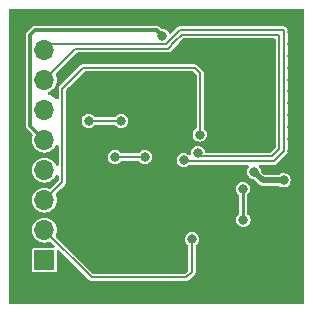
<source format=gbr>
%TF.GenerationSoftware,KiCad,Pcbnew,8.0.6-1.fc41*%
%TF.CreationDate,2024-11-10T15:40:55-05:00*%
%TF.ProjectId,Dead-Time-Insertion-PCB,44656164-2d54-4696-9d65-2d496e736572,rev?*%
%TF.SameCoordinates,Original*%
%TF.FileFunction,Copper,L2,Bot*%
%TF.FilePolarity,Positive*%
%FSLAX46Y46*%
G04 Gerber Fmt 4.6, Leading zero omitted, Abs format (unit mm)*
G04 Created by KiCad (PCBNEW 8.0.6-1.fc41) date 2024-11-10 15:40:55*
%MOMM*%
%LPD*%
G01*
G04 APERTURE LIST*
%TA.AperFunction,ComponentPad*%
%ADD10R,1.700000X1.700000*%
%TD*%
%TA.AperFunction,ComponentPad*%
%ADD11O,1.700000X1.700000*%
%TD*%
%TA.AperFunction,ViaPad*%
%ADD12C,0.800000*%
%TD*%
%TA.AperFunction,Conductor*%
%ADD13C,0.300000*%
%TD*%
%TA.AperFunction,Conductor*%
%ADD14C,0.200000*%
%TD*%
%TA.AperFunction,Conductor*%
%ADD15C,0.500000*%
%TD*%
%TA.AperFunction,Conductor*%
%ADD16C,0.250000*%
%TD*%
G04 APERTURE END LIST*
D10*
%TO.P,J1,1,Pin_1*%
%TO.N,/DEAD_TIME_CTRL*%
X28000000Y-46275000D03*
D11*
%TO.P,J1,2,Pin_2*%
%TO.N,/INPUT*%
X28000000Y-43735000D03*
%TO.P,J1,3,Pin_3*%
%TO.N,/INVERT_OUTPUT*%
X28000000Y-41195000D03*
%TO.P,J1,4,Pin_4*%
%TO.N,/~{ENABLE}*%
X28000000Y-38655000D03*
%TO.P,J1,5,Pin_5*%
%TO.N,VCC*%
X28000000Y-36115000D03*
%TO.P,J1,6,Pin_6*%
%TO.N,GND*%
X28000000Y-33575000D03*
%TO.P,J1,7,Pin_7*%
%TO.N,/OUT_L*%
X28000000Y-31035000D03*
%TO.P,J1,8,Pin_8*%
%TO.N,/OUT_H*%
X28000000Y-28495000D03*
%TD*%
D12*
%TO.N,VCC*%
X38000000Y-27300000D03*
%TO.N,GND*%
X36000000Y-49000000D03*
X44000000Y-28000000D03*
X48000000Y-49000000D03*
X33000000Y-30750000D03*
X35000000Y-49000000D03*
X26000000Y-43000000D03*
X44000000Y-49000000D03*
X41250000Y-47000000D03*
X49000000Y-45000000D03*
X37000000Y-26000000D03*
X39750000Y-45500000D03*
X49000000Y-48000000D03*
X26000000Y-30000000D03*
X33000000Y-29250000D03*
X46000000Y-49000000D03*
X26000000Y-29000000D03*
X28000000Y-49000000D03*
X34000000Y-49000000D03*
X30750000Y-44250000D03*
X37750000Y-43000000D03*
X49000000Y-30000000D03*
X26000000Y-42000000D03*
X39000000Y-49000000D03*
X44000000Y-26000000D03*
X49000000Y-49000000D03*
X26000000Y-27000000D03*
X40000000Y-26000000D03*
X41250000Y-45500000D03*
X35000000Y-29250000D03*
X26000000Y-34000000D03*
X30250000Y-40000000D03*
X39750000Y-47000000D03*
X37250000Y-47000000D03*
X41000000Y-26000000D03*
X49000000Y-29000000D03*
X47000000Y-49000000D03*
X28000000Y-26000000D03*
X45000000Y-49000000D03*
X43000000Y-28000000D03*
X32000000Y-26000000D03*
X49000000Y-47000000D03*
X44000000Y-47000000D03*
X31000000Y-31250000D03*
X47000000Y-30000000D03*
X30250000Y-30000000D03*
X31000000Y-26000000D03*
X32000000Y-30750000D03*
X47000000Y-31000000D03*
X40500000Y-30862500D03*
X26000000Y-33000000D03*
X34250000Y-46985422D03*
X46000000Y-26000000D03*
X49000000Y-28000000D03*
X32000000Y-29250000D03*
X31000000Y-29250000D03*
X34250000Y-44500000D03*
X26000000Y-32000000D03*
X30250000Y-33000000D03*
X43000000Y-26000000D03*
X40000000Y-49000000D03*
X30000000Y-49000000D03*
X34000000Y-29250000D03*
X26000000Y-41000000D03*
X38000000Y-26000000D03*
X49000000Y-42000000D03*
X26000000Y-48000000D03*
X35450000Y-46985422D03*
X30250000Y-34000000D03*
X27000000Y-26000000D03*
X39250000Y-41250000D03*
X49000000Y-31000000D03*
X46150000Y-43000000D03*
X29000000Y-49000000D03*
X26000000Y-35000000D03*
X29500000Y-30750000D03*
X48000000Y-26000000D03*
X29000000Y-26000000D03*
X33000000Y-49000000D03*
X42000000Y-49000000D03*
X49000000Y-27000000D03*
X37000000Y-49000000D03*
X33000000Y-26000000D03*
X38000000Y-49000000D03*
X29250000Y-42500000D03*
X26000000Y-28000000D03*
X34000000Y-26000000D03*
X26000000Y-26000000D03*
X46000000Y-28000000D03*
X49000000Y-46000000D03*
X27000000Y-49000000D03*
X49000000Y-44000000D03*
X26000000Y-38000000D03*
X49000000Y-35000000D03*
X47000000Y-29000000D03*
X41000000Y-38800000D03*
X30250000Y-32000000D03*
X26000000Y-40000000D03*
X47000000Y-26000000D03*
X42000000Y-28000000D03*
X26000000Y-46000000D03*
X49000000Y-36000000D03*
X42500000Y-47000000D03*
X35000000Y-26000000D03*
X41000000Y-28000000D03*
X26000000Y-49000000D03*
X36000000Y-26000000D03*
X49000000Y-37000000D03*
X49000000Y-33000000D03*
X26000000Y-31000000D03*
X43000000Y-49000000D03*
X39000000Y-29000000D03*
X45000000Y-26000000D03*
X45000000Y-28000000D03*
X26000000Y-36000000D03*
X40000000Y-28000000D03*
X42000000Y-26000000D03*
X30000000Y-26000000D03*
X26000000Y-45000000D03*
X40000000Y-29000000D03*
X26000000Y-44000000D03*
X41000000Y-49000000D03*
X26000000Y-39000000D03*
X26000000Y-37000000D03*
X49000000Y-26000000D03*
X41000000Y-29000000D03*
X39000000Y-26000000D03*
X30000000Y-47000000D03*
X26000000Y-47000000D03*
X47000000Y-28000000D03*
X49000000Y-32000000D03*
X31000000Y-49000000D03*
X38500000Y-47000000D03*
X49000000Y-34000000D03*
X33000000Y-47000000D03*
X35000000Y-30750000D03*
X32000000Y-49000000D03*
X49000000Y-43000000D03*
X49000000Y-38000000D03*
X34000000Y-30750000D03*
X49000000Y-41000000D03*
%TO.N,/INPUT*%
X40500000Y-44500000D03*
%TO.N,/INVERT_OUTPUT*%
X41150000Y-35650000D03*
%TO.N,/~{ENABLE}*%
X31750000Y-34500000D03*
X34504724Y-34504724D03*
%TO.N,/OUT_H*%
X39800000Y-37800000D03*
%TO.N,/OUT_L*%
X41000000Y-37200000D03*
%TO.N,+5V*%
X33975000Y-37550000D03*
X48250000Y-39525000D03*
X36500000Y-37550000D03*
X45750000Y-38800000D03*
%TO.N,/L*%
X44800000Y-40250000D03*
X44850000Y-42860000D03*
%TD*%
D13*
%TO.N,VCC*%
X27200000Y-26800000D02*
X26800000Y-27200000D01*
X38000000Y-27300000D02*
X37500000Y-26800000D01*
X26800000Y-34915000D02*
X28000000Y-36115000D01*
X26800000Y-27200000D02*
X26800000Y-34915000D01*
X37500000Y-26800000D02*
X27200000Y-26800000D01*
D14*
%TO.N,/INPUT*%
X28000000Y-43735000D02*
X32015000Y-47750000D01*
X40000000Y-47750000D02*
X40500000Y-47250000D01*
X32015000Y-47750000D02*
X40000000Y-47750000D01*
X40500000Y-47250000D02*
X40500000Y-44500000D01*
%TO.N,/INVERT_OUTPUT*%
X31250000Y-30000000D02*
X29500000Y-31750000D01*
X29500000Y-31750000D02*
X29500000Y-39695000D01*
X41200000Y-30450000D02*
X40750000Y-30000000D01*
X41200000Y-35600000D02*
X41200000Y-30450000D01*
X40750000Y-30000000D02*
X31250000Y-30000000D01*
X41150000Y-35650000D02*
X41200000Y-35600000D01*
X29500000Y-39695000D02*
X28000000Y-41195000D01*
%TO.N,/~{ENABLE}*%
X34504724Y-34504724D02*
X31754724Y-34504724D01*
X31754724Y-34504724D02*
X31750000Y-34500000D01*
%TO.N,/OUT_H*%
X28495000Y-28000000D02*
X28000000Y-28495000D01*
X48289950Y-37075736D02*
X48289950Y-26800000D01*
X39800000Y-37800000D02*
X39900000Y-37900000D01*
X38700000Y-27589950D02*
X38289950Y-28000000D01*
X48289950Y-26800000D02*
X39450000Y-26800000D01*
X38700000Y-27550000D02*
X38700000Y-27589950D01*
X39450000Y-26800000D02*
X38700000Y-27550000D01*
X47465686Y-37900000D02*
X48289950Y-37075736D01*
X39900000Y-37900000D02*
X47465686Y-37900000D01*
X38289950Y-28000000D02*
X28495000Y-28000000D01*
%TO.N,/OUT_L*%
X41000000Y-37200000D02*
X41300000Y-37500000D01*
X41300000Y-37500000D02*
X47300000Y-37500000D01*
X47300000Y-37500000D02*
X47889950Y-36910050D01*
X47889950Y-36910050D02*
X47889950Y-27200000D01*
X39100000Y-27755636D02*
X38455636Y-28400000D01*
X30635000Y-28400000D02*
X28000000Y-31035000D01*
X47889950Y-27200000D02*
X39615686Y-27200000D01*
X39615686Y-27200000D02*
X39100000Y-27715686D01*
X38455636Y-28400000D02*
X30635000Y-28400000D01*
X39100000Y-27715686D02*
X39100000Y-27755636D01*
%TO.N,+5V*%
X36500000Y-37550000D02*
X33975000Y-37550000D01*
D15*
X46475000Y-39525000D02*
X45750000Y-38800000D01*
X48250000Y-39525000D02*
X46475000Y-39525000D01*
D16*
%TO.N,/L*%
X44800000Y-42810000D02*
X44800000Y-40250000D01*
X44850000Y-42860000D02*
X44800000Y-42810000D01*
%TD*%
%TA.AperFunction,Conductor*%
%TO.N,GND*%
G36*
X49942121Y-25020002D02*
G01*
X49988614Y-25073658D01*
X50000000Y-25126000D01*
X50000000Y-49874000D01*
X49979998Y-49942121D01*
X49926342Y-49988614D01*
X49874000Y-50000000D01*
X25126000Y-50000000D01*
X25057879Y-49979998D01*
X25011386Y-49926342D01*
X25000000Y-49874000D01*
X25000000Y-43734996D01*
X26944417Y-43734996D01*
X26944417Y-43735003D01*
X26964698Y-43940927D01*
X26964699Y-43940933D01*
X26964700Y-43940934D01*
X26975175Y-43975465D01*
X27024768Y-44138954D01*
X27111050Y-44300376D01*
X27122315Y-44321450D01*
X27253590Y-44481410D01*
X27413550Y-44612685D01*
X27596046Y-44710232D01*
X27794066Y-44770300D01*
X27794070Y-44770300D01*
X27794072Y-44770301D01*
X27999997Y-44790583D01*
X28000000Y-44790583D01*
X28000003Y-44790583D01*
X28205927Y-44770301D01*
X28205928Y-44770300D01*
X28205934Y-44770300D01*
X28403954Y-44710232D01*
X28416883Y-44703320D01*
X28486389Y-44688848D01*
X28552686Y-44714251D01*
X28565376Y-44725347D01*
X28849434Y-45009405D01*
X28883460Y-45071717D01*
X28878395Y-45142532D01*
X28835848Y-45199368D01*
X28769328Y-45224179D01*
X28760339Y-45224500D01*
X27130249Y-45224500D01*
X27071771Y-45236132D01*
X27071768Y-45236133D01*
X27005448Y-45280448D01*
X26961133Y-45346768D01*
X26961132Y-45346771D01*
X26949500Y-45405249D01*
X26949500Y-45405252D01*
X26949500Y-47144748D01*
X26961133Y-47203231D01*
X27005448Y-47269552D01*
X27071769Y-47313867D01*
X27130252Y-47325500D01*
X27130253Y-47325500D01*
X28869747Y-47325500D01*
X28869748Y-47325500D01*
X28928231Y-47313867D01*
X28994552Y-47269552D01*
X29038867Y-47203231D01*
X29050500Y-47144748D01*
X29050500Y-45514661D01*
X29070502Y-45446540D01*
X29124158Y-45400047D01*
X29194432Y-45389943D01*
X29259012Y-45419437D01*
X29265595Y-45425566D01*
X31774540Y-47934511D01*
X31830489Y-47990460D01*
X31899011Y-48030021D01*
X31899013Y-48030021D01*
X31899014Y-48030022D01*
X31975434Y-48050499D01*
X31975438Y-48050500D01*
X40039562Y-48050500D01*
X40115989Y-48030021D01*
X40184511Y-47990460D01*
X40240460Y-47934511D01*
X40740460Y-47434511D01*
X40780022Y-47365988D01*
X40800500Y-47289562D01*
X40800500Y-47210438D01*
X40800500Y-45088469D01*
X40820502Y-45020348D01*
X40849796Y-44988507D01*
X40928279Y-44928284D01*
X40928278Y-44928284D01*
X40928282Y-44928282D01*
X41024536Y-44802841D01*
X41085044Y-44656762D01*
X41105682Y-44500000D01*
X41103234Y-44481409D01*
X41085044Y-44343239D01*
X41076018Y-44321447D01*
X41024536Y-44197159D01*
X40928282Y-44071718D01*
X40802841Y-43975464D01*
X40719479Y-43940934D01*
X40656760Y-43914955D01*
X40500000Y-43894318D01*
X40343239Y-43914955D01*
X40197160Y-43975463D01*
X40197157Y-43975465D01*
X40071718Y-44071718D01*
X39975465Y-44197157D01*
X39975463Y-44197160D01*
X39914955Y-44343239D01*
X39894318Y-44499999D01*
X39894318Y-44500000D01*
X39914955Y-44656760D01*
X39975463Y-44802839D01*
X39975465Y-44802842D01*
X40071720Y-44928284D01*
X40150204Y-44988507D01*
X40192071Y-45045844D01*
X40199500Y-45088469D01*
X40199500Y-47073339D01*
X40179498Y-47141460D01*
X40162595Y-47162434D01*
X39912434Y-47412595D01*
X39850122Y-47446621D01*
X39823339Y-47449500D01*
X32191661Y-47449500D01*
X32123540Y-47429498D01*
X32102566Y-47412595D01*
X28990347Y-44300376D01*
X28956321Y-44238064D01*
X28961386Y-44167249D01*
X28968321Y-44151883D01*
X28975232Y-44138954D01*
X29035300Y-43940934D01*
X29039892Y-43894318D01*
X29055583Y-43735003D01*
X29055583Y-43734996D01*
X29035301Y-43529072D01*
X29035300Y-43529070D01*
X29035300Y-43529066D01*
X28975232Y-43331046D01*
X28877685Y-43148550D01*
X28746410Y-42988590D01*
X28586450Y-42857315D01*
X28586448Y-42857314D01*
X28586447Y-42857313D01*
X28403954Y-42759768D01*
X28205934Y-42699700D01*
X28205933Y-42699699D01*
X28205927Y-42699698D01*
X28000003Y-42679417D01*
X27999997Y-42679417D01*
X27794072Y-42699698D01*
X27596045Y-42759768D01*
X27413552Y-42857313D01*
X27253590Y-42988590D01*
X27122313Y-43148552D01*
X27024768Y-43331045D01*
X26964698Y-43529072D01*
X26944417Y-43734996D01*
X25000000Y-43734996D01*
X25000000Y-27153856D01*
X26449500Y-27153856D01*
X26449500Y-34961144D01*
X26466486Y-35024536D01*
X26466485Y-35024536D01*
X26473386Y-35050289D01*
X26519527Y-35130208D01*
X26519529Y-35130210D01*
X26519530Y-35130212D01*
X26757908Y-35368590D01*
X26988960Y-35599641D01*
X27022985Y-35661954D01*
X27020440Y-35725312D01*
X26964698Y-35909072D01*
X26944417Y-36114996D01*
X26944417Y-36115003D01*
X26964698Y-36320927D01*
X27024768Y-36518954D01*
X27108425Y-36675465D01*
X27122315Y-36701450D01*
X27253590Y-36861410D01*
X27413550Y-36992685D01*
X27596046Y-37090232D01*
X27794066Y-37150300D01*
X27794070Y-37150300D01*
X27794072Y-37150301D01*
X27999997Y-37170583D01*
X28000000Y-37170583D01*
X28000003Y-37170583D01*
X28205927Y-37150301D01*
X28205928Y-37150300D01*
X28205934Y-37150300D01*
X28403954Y-37090232D01*
X28586450Y-36992685D01*
X28746410Y-36861410D01*
X28877685Y-36701450D01*
X28962378Y-36543002D01*
X29012131Y-36492354D01*
X29081367Y-36476644D01*
X29148106Y-36500860D01*
X29191158Y-36557314D01*
X29199500Y-36602398D01*
X29199500Y-38167601D01*
X29179498Y-38235722D01*
X29125842Y-38282215D01*
X29055568Y-38292319D01*
X28990988Y-38262825D01*
X28962378Y-38226998D01*
X28948214Y-38200499D01*
X28877685Y-38068550D01*
X28746410Y-37908590D01*
X28586450Y-37777315D01*
X28586448Y-37777314D01*
X28586447Y-37777313D01*
X28403954Y-37679768D01*
X28205934Y-37619700D01*
X28205933Y-37619699D01*
X28205927Y-37619698D01*
X28000003Y-37599417D01*
X27999997Y-37599417D01*
X27794072Y-37619698D01*
X27596045Y-37679768D01*
X27413552Y-37777313D01*
X27253590Y-37908590D01*
X27122313Y-38068552D01*
X27024768Y-38251045D01*
X26964698Y-38449072D01*
X26944417Y-38654996D01*
X26944417Y-38655003D01*
X26964698Y-38860927D01*
X26964699Y-38860933D01*
X26964700Y-38860934D01*
X26988671Y-38939956D01*
X27024768Y-39058954D01*
X27112003Y-39222159D01*
X27122315Y-39241450D01*
X27253590Y-39401410D01*
X27413550Y-39532685D01*
X27596046Y-39630232D01*
X27794066Y-39690300D01*
X27794070Y-39690300D01*
X27794072Y-39690301D01*
X27999997Y-39710583D01*
X28000000Y-39710583D01*
X28000003Y-39710583D01*
X28205927Y-39690301D01*
X28205928Y-39690300D01*
X28205934Y-39690300D01*
X28403954Y-39630232D01*
X28586450Y-39532685D01*
X28746410Y-39401410D01*
X28877685Y-39241450D01*
X28962378Y-39083002D01*
X29012131Y-39032354D01*
X29081367Y-39016644D01*
X29148106Y-39040860D01*
X29191158Y-39097314D01*
X29199500Y-39142398D01*
X29199500Y-39518337D01*
X29179498Y-39586458D01*
X29162595Y-39607432D01*
X28565375Y-40204652D01*
X28503063Y-40238678D01*
X28432248Y-40233613D01*
X28416885Y-40226679D01*
X28403958Y-40219769D01*
X28403955Y-40219768D01*
X28205927Y-40159698D01*
X28000003Y-40139417D01*
X27999997Y-40139417D01*
X27794072Y-40159698D01*
X27596045Y-40219768D01*
X27413552Y-40317313D01*
X27253590Y-40448590D01*
X27122313Y-40608552D01*
X27024768Y-40791045D01*
X26964698Y-40989072D01*
X26944417Y-41194996D01*
X26944417Y-41195003D01*
X26964698Y-41400927D01*
X26964699Y-41400933D01*
X26964700Y-41400934D01*
X27024768Y-41598954D01*
X27122315Y-41781450D01*
X27253590Y-41941410D01*
X27413550Y-42072685D01*
X27596046Y-42170232D01*
X27794066Y-42230300D01*
X27794070Y-42230300D01*
X27794072Y-42230301D01*
X27999997Y-42250583D01*
X28000000Y-42250583D01*
X28000003Y-42250583D01*
X28205927Y-42230301D01*
X28205928Y-42230300D01*
X28205934Y-42230300D01*
X28403954Y-42170232D01*
X28586450Y-42072685D01*
X28746410Y-41941410D01*
X28877685Y-41781450D01*
X28975232Y-41598954D01*
X29035300Y-41400934D01*
X29055583Y-41195000D01*
X29035300Y-40989066D01*
X28975232Y-40791046D01*
X28968318Y-40778112D01*
X28953848Y-40708607D01*
X28979252Y-40642311D01*
X28990339Y-40629630D01*
X29369971Y-40249999D01*
X44194318Y-40249999D01*
X44194318Y-40250000D01*
X44214955Y-40406760D01*
X44214956Y-40406762D01*
X44275464Y-40552841D01*
X44318213Y-40608552D01*
X44371719Y-40678283D01*
X44425203Y-40719322D01*
X44467071Y-40776659D01*
X44474500Y-40819285D01*
X44474500Y-42329080D01*
X44454498Y-42397201D01*
X44425208Y-42429040D01*
X44421718Y-42431717D01*
X44325465Y-42557157D01*
X44325463Y-42557160D01*
X44264955Y-42703239D01*
X44244318Y-42859999D01*
X44244318Y-42860000D01*
X44264955Y-43016760D01*
X44264956Y-43016762D01*
X44325464Y-43162841D01*
X44421718Y-43288282D01*
X44547159Y-43384536D01*
X44693238Y-43445044D01*
X44850000Y-43465682D01*
X45006762Y-43445044D01*
X45152841Y-43384536D01*
X45278282Y-43288282D01*
X45374536Y-43162841D01*
X45435044Y-43016762D01*
X45455682Y-42860000D01*
X45435044Y-42703238D01*
X45374536Y-42557159D01*
X45278282Y-42431718D01*
X45174795Y-42352310D01*
X45132929Y-42294973D01*
X45125500Y-42252348D01*
X45125500Y-40819285D01*
X45145502Y-40751164D01*
X45174797Y-40719322D01*
X45188761Y-40708607D01*
X45228282Y-40678282D01*
X45324536Y-40552841D01*
X45385044Y-40406762D01*
X45405682Y-40250000D01*
X45404191Y-40238678D01*
X45393794Y-40159698D01*
X45385044Y-40093238D01*
X45324536Y-39947159D01*
X45228282Y-39821718D01*
X45102841Y-39725464D01*
X45066916Y-39710583D01*
X44956760Y-39664955D01*
X44800000Y-39644318D01*
X44643239Y-39664955D01*
X44497160Y-39725463D01*
X44497157Y-39725465D01*
X44371718Y-39821718D01*
X44275465Y-39947157D01*
X44275463Y-39947160D01*
X44214955Y-40093239D01*
X44194318Y-40249999D01*
X29369971Y-40249999D01*
X29740460Y-39879511D01*
X29780021Y-39810989D01*
X29800500Y-39734562D01*
X29800500Y-37549999D01*
X33369318Y-37549999D01*
X33369318Y-37550000D01*
X33389955Y-37706760D01*
X33428577Y-37800000D01*
X33450464Y-37852841D01*
X33546718Y-37978282D01*
X33672159Y-38074536D01*
X33818238Y-38135044D01*
X33975000Y-38155682D01*
X34131762Y-38135044D01*
X34277841Y-38074536D01*
X34403282Y-37978282D01*
X34420743Y-37955525D01*
X34463507Y-37899796D01*
X34520844Y-37857929D01*
X34563469Y-37850500D01*
X35911531Y-37850500D01*
X35979652Y-37870502D01*
X36011493Y-37899796D01*
X36071715Y-37978279D01*
X36071716Y-37978280D01*
X36071718Y-37978282D01*
X36197159Y-38074536D01*
X36343238Y-38135044D01*
X36500000Y-38155682D01*
X36656762Y-38135044D01*
X36802841Y-38074536D01*
X36928282Y-37978282D01*
X37024536Y-37852841D01*
X37085044Y-37706762D01*
X37105682Y-37550000D01*
X37085044Y-37393238D01*
X37024536Y-37247159D01*
X36928282Y-37121718D01*
X36802841Y-37025464D01*
X36656762Y-36964956D01*
X36656760Y-36964955D01*
X36500000Y-36944318D01*
X36343239Y-36964955D01*
X36197160Y-37025463D01*
X36197157Y-37025465D01*
X36071715Y-37121720D01*
X36011493Y-37200204D01*
X35954156Y-37242071D01*
X35911531Y-37249500D01*
X34563469Y-37249500D01*
X34495348Y-37229498D01*
X34463507Y-37200204D01*
X34403284Y-37121720D01*
X34403282Y-37121719D01*
X34403282Y-37121718D01*
X34277841Y-37025464D01*
X34131762Y-36964956D01*
X34131760Y-36964955D01*
X33975000Y-36944318D01*
X33818239Y-36964955D01*
X33672160Y-37025463D01*
X33672157Y-37025465D01*
X33546718Y-37121718D01*
X33450465Y-37247157D01*
X33450463Y-37247160D01*
X33389955Y-37393239D01*
X33369318Y-37549999D01*
X29800500Y-37549999D01*
X29800500Y-34499999D01*
X31144318Y-34499999D01*
X31144318Y-34500000D01*
X31164955Y-34656760D01*
X31164956Y-34656762D01*
X31225464Y-34802841D01*
X31321718Y-34928282D01*
X31447159Y-35024536D01*
X31593238Y-35085044D01*
X31750000Y-35105682D01*
X31906762Y-35085044D01*
X32052841Y-35024536D01*
X32178282Y-34928282D01*
X32234881Y-34854519D01*
X32292219Y-34812653D01*
X32334844Y-34805224D01*
X33916255Y-34805224D01*
X33984376Y-34825226D01*
X34016217Y-34854520D01*
X34076439Y-34933003D01*
X34076440Y-34933004D01*
X34076442Y-34933006D01*
X34201883Y-35029260D01*
X34347962Y-35089768D01*
X34504724Y-35110406D01*
X34661486Y-35089768D01*
X34807565Y-35029260D01*
X34933006Y-34933006D01*
X35029260Y-34807565D01*
X35089768Y-34661486D01*
X35110406Y-34504724D01*
X35089768Y-34347962D01*
X35029260Y-34201883D01*
X34933006Y-34076442D01*
X34807565Y-33980188D01*
X34796161Y-33975464D01*
X34661484Y-33919679D01*
X34504724Y-33899042D01*
X34347963Y-33919679D01*
X34201884Y-33980187D01*
X34201881Y-33980189D01*
X34076439Y-34076444D01*
X34016217Y-34154928D01*
X33958880Y-34196795D01*
X33916255Y-34204224D01*
X32342094Y-34204224D01*
X32273973Y-34184222D01*
X32242132Y-34154928D01*
X32178284Y-34071720D01*
X32178282Y-34071719D01*
X32178282Y-34071718D01*
X32052841Y-33975464D01*
X31918165Y-33919679D01*
X31906760Y-33914955D01*
X31750000Y-33894318D01*
X31593239Y-33914955D01*
X31447160Y-33975463D01*
X31447157Y-33975465D01*
X31321718Y-34071718D01*
X31225465Y-34197157D01*
X31225463Y-34197160D01*
X31164955Y-34343239D01*
X31144318Y-34499999D01*
X29800500Y-34499999D01*
X29800500Y-31926661D01*
X29820502Y-31858540D01*
X29837405Y-31837566D01*
X31337566Y-30337405D01*
X31399878Y-30303379D01*
X31426661Y-30300500D01*
X40573339Y-30300500D01*
X40641460Y-30320502D01*
X40662434Y-30337405D01*
X40862595Y-30537566D01*
X40896621Y-30599878D01*
X40899500Y-30626661D01*
X40899500Y-35023165D01*
X40879498Y-35091286D01*
X40850204Y-35123128D01*
X40847160Y-35125463D01*
X40847159Y-35125464D01*
X40794201Y-35166100D01*
X40721718Y-35221718D01*
X40625465Y-35347157D01*
X40625463Y-35347160D01*
X40564955Y-35493239D01*
X40544318Y-35649999D01*
X40544318Y-35650000D01*
X40564955Y-35806760D01*
X40564956Y-35806762D01*
X40625464Y-35952841D01*
X40721718Y-36078282D01*
X40847159Y-36174536D01*
X40993238Y-36235044D01*
X41150000Y-36255682D01*
X41306762Y-36235044D01*
X41452841Y-36174536D01*
X41578282Y-36078282D01*
X41674536Y-35952841D01*
X41735044Y-35806762D01*
X41755682Y-35650000D01*
X41735044Y-35493238D01*
X41674536Y-35347159D01*
X41578282Y-35221718D01*
X41578280Y-35221717D01*
X41578280Y-35221716D01*
X41549794Y-35199857D01*
X41507928Y-35142518D01*
X41500500Y-35099896D01*
X41500500Y-30410438D01*
X41500499Y-30410434D01*
X41480022Y-30334014D01*
X41480021Y-30334013D01*
X41480021Y-30334011D01*
X41440460Y-30265489D01*
X41384511Y-30209540D01*
X40934511Y-29759540D01*
X40865989Y-29719979D01*
X40865988Y-29719978D01*
X40865985Y-29719977D01*
X40789565Y-29699500D01*
X40789562Y-29699500D01*
X31289562Y-29699500D01*
X31210438Y-29699500D01*
X31169484Y-29710473D01*
X31134014Y-29719977D01*
X31134007Y-29719980D01*
X31065492Y-29759537D01*
X31065482Y-29759545D01*
X29584102Y-31240927D01*
X29315489Y-31509540D01*
X29287515Y-31537514D01*
X29259541Y-31565487D01*
X29259539Y-31565490D01*
X29219977Y-31634014D01*
X29199500Y-31710434D01*
X29199500Y-32550020D01*
X29179498Y-32618141D01*
X29125842Y-32664634D01*
X29055568Y-32674738D01*
X28990988Y-32645244D01*
X28980799Y-32635357D01*
X28922906Y-32572468D01*
X28745301Y-32434232D01*
X28745300Y-32434231D01*
X28547371Y-32327117D01*
X28547368Y-32327116D01*
X28358769Y-32262370D01*
X28300834Y-32221333D01*
X28274282Y-32155488D01*
X28287544Y-32085741D01*
X28336408Y-32034236D01*
X28363105Y-32022623D01*
X28403954Y-32010232D01*
X28586450Y-31912685D01*
X28746410Y-31781410D01*
X28877685Y-31621450D01*
X28975232Y-31438954D01*
X29035300Y-31240934D01*
X29055583Y-31035000D01*
X29035300Y-30829066D01*
X28975232Y-30631046D01*
X28968320Y-30618115D01*
X28953847Y-30548612D01*
X28979248Y-30482315D01*
X28990331Y-30469638D01*
X30722568Y-28737402D01*
X30784878Y-28703379D01*
X30811661Y-28700500D01*
X38495198Y-28700500D01*
X38571625Y-28680021D01*
X38640147Y-28640460D01*
X38696096Y-28584511D01*
X39340460Y-27940147D01*
X39369152Y-27890450D01*
X39380021Y-27871625D01*
X39380021Y-27871622D01*
X39384152Y-27864469D01*
X39385426Y-27865204D01*
X39405514Y-27835142D01*
X39703253Y-27537404D01*
X39765565Y-27503379D01*
X39792348Y-27500500D01*
X47463450Y-27500500D01*
X47531571Y-27520502D01*
X47578064Y-27574158D01*
X47589450Y-27626500D01*
X47589450Y-36733389D01*
X47569448Y-36801510D01*
X47552545Y-36822484D01*
X47212434Y-37162595D01*
X47150122Y-37196621D01*
X47123339Y-37199500D01*
X41716115Y-37199500D01*
X41647994Y-37179498D01*
X41601501Y-37125842D01*
X41591193Y-37089946D01*
X41585044Y-37043239D01*
X41577682Y-37025464D01*
X41524536Y-36897159D01*
X41428282Y-36771718D01*
X41302841Y-36675464D01*
X41156762Y-36614956D01*
X41156760Y-36614955D01*
X41000000Y-36594318D01*
X40843239Y-36614955D01*
X40697160Y-36675463D01*
X40697157Y-36675465D01*
X40571718Y-36771718D01*
X40475465Y-36897157D01*
X40475463Y-36897160D01*
X40414955Y-37043239D01*
X40394318Y-37199999D01*
X40394318Y-37200001D01*
X40398418Y-37231147D01*
X40387478Y-37301296D01*
X40340349Y-37354394D01*
X40271995Y-37373583D01*
X40204118Y-37352771D01*
X40196792Y-37347555D01*
X40102842Y-37275465D01*
X40102841Y-37275464D01*
X40066107Y-37260248D01*
X39956760Y-37214955D01*
X39800000Y-37194318D01*
X39643239Y-37214955D01*
X39497160Y-37275463D01*
X39497157Y-37275465D01*
X39371718Y-37371718D01*
X39275465Y-37497157D01*
X39275463Y-37497160D01*
X39214955Y-37643239D01*
X39194318Y-37799999D01*
X39194318Y-37800000D01*
X39214955Y-37956760D01*
X39263740Y-38074536D01*
X39275464Y-38102841D01*
X39371718Y-38228282D01*
X39497159Y-38324536D01*
X39643238Y-38385044D01*
X39800000Y-38405682D01*
X39956762Y-38385044D01*
X40102841Y-38324536D01*
X40228282Y-38228282D01*
X40228283Y-38228281D01*
X40230555Y-38226538D01*
X40296775Y-38200937D01*
X40307259Y-38200500D01*
X45197596Y-38200500D01*
X45265717Y-38220502D01*
X45312210Y-38274158D01*
X45322314Y-38344432D01*
X45297558Y-38403204D01*
X45225468Y-38497152D01*
X45225463Y-38497160D01*
X45164955Y-38643239D01*
X45144318Y-38799999D01*
X45144318Y-38800000D01*
X45164955Y-38956760D01*
X45223175Y-39097314D01*
X45225464Y-39102841D01*
X45321718Y-39228282D01*
X45447159Y-39324536D01*
X45593238Y-39385044D01*
X45671410Y-39395335D01*
X45736336Y-39424057D01*
X45744046Y-39431150D01*
X46198386Y-39885490D01*
X46198387Y-39885491D01*
X46198389Y-39885492D01*
X46301109Y-39944797D01*
X46301110Y-39944797D01*
X46301113Y-39944799D01*
X46309922Y-39947159D01*
X46325314Y-39951283D01*
X46325318Y-39951284D01*
X46325326Y-39951286D01*
X46415691Y-39975500D01*
X47807901Y-39975500D01*
X47876022Y-39995502D01*
X47884604Y-40001537D01*
X47947152Y-40049531D01*
X47947159Y-40049536D01*
X48093238Y-40110044D01*
X48250000Y-40130682D01*
X48406762Y-40110044D01*
X48552841Y-40049536D01*
X48678282Y-39953282D01*
X48774536Y-39827841D01*
X48835044Y-39681762D01*
X48855682Y-39525000D01*
X48835044Y-39368238D01*
X48774536Y-39222159D01*
X48678282Y-39096718D01*
X48552841Y-39000464D01*
X48447336Y-38956762D01*
X48406760Y-38939955D01*
X48250000Y-38919318D01*
X48093239Y-38939955D01*
X47947160Y-39000463D01*
X47947152Y-39000468D01*
X47884604Y-39048463D01*
X47818384Y-39074063D01*
X47807901Y-39074500D01*
X46713794Y-39074500D01*
X46645673Y-39054498D01*
X46624699Y-39037595D01*
X46381162Y-38794058D01*
X46347136Y-38731746D01*
X46345335Y-38721409D01*
X46335044Y-38643239D01*
X46274536Y-38497160D01*
X46274536Y-38497159D01*
X46202442Y-38403204D01*
X46176841Y-38336984D01*
X46191106Y-38267435D01*
X46240707Y-38216639D01*
X46302404Y-38200500D01*
X47505248Y-38200500D01*
X47581675Y-38180021D01*
X47650197Y-38140460D01*
X47706146Y-38084511D01*
X48530410Y-37260247D01*
X48542352Y-37239562D01*
X48569971Y-37191725D01*
X48590450Y-37115298D01*
X48590450Y-26760438D01*
X48576162Y-26707114D01*
X48569972Y-26684014D01*
X48569971Y-26684013D01*
X48569971Y-26684011D01*
X48530410Y-26615489D01*
X48530407Y-26615486D01*
X48530404Y-26615482D01*
X48474467Y-26559545D01*
X48474463Y-26559542D01*
X48474461Y-26559540D01*
X48405939Y-26519979D01*
X48405938Y-26519978D01*
X48405935Y-26519977D01*
X48329515Y-26499500D01*
X48329512Y-26499500D01*
X39410438Y-26499500D01*
X39410434Y-26499500D01*
X39334014Y-26519977D01*
X39265490Y-26559539D01*
X39265486Y-26559542D01*
X38746720Y-27078307D01*
X38684408Y-27112332D01*
X38613592Y-27107267D01*
X38556757Y-27064720D01*
X38541216Y-27037429D01*
X38524536Y-26997159D01*
X38428282Y-26871718D01*
X38302841Y-26775464D01*
X38266556Y-26760434D01*
X38156760Y-26714955D01*
X38000001Y-26694318D01*
X37999997Y-26694318D01*
X37964398Y-26699004D01*
X37894249Y-26688064D01*
X37858861Y-26663179D01*
X37715212Y-26519530D01*
X37715209Y-26519528D01*
X37715208Y-26519527D01*
X37635292Y-26473387D01*
X37624759Y-26470564D01*
X37546144Y-26449500D01*
X27153856Y-26449500D01*
X27094426Y-26465424D01*
X27064711Y-26473386D01*
X27064707Y-26473388D01*
X26984789Y-26519529D01*
X26519532Y-26984785D01*
X26519528Y-26984791D01*
X26512389Y-26997157D01*
X26512388Y-26997159D01*
X26473388Y-27064707D01*
X26473385Y-27064714D01*
X26469743Y-27078307D01*
X26449500Y-27153856D01*
X25000000Y-27153856D01*
X25000000Y-25126000D01*
X25020002Y-25057879D01*
X25073658Y-25011386D01*
X25126000Y-25000000D01*
X49874000Y-25000000D01*
X49942121Y-25020002D01*
G37*
%TD.AperFunction*%
%TD*%
M02*

</source>
